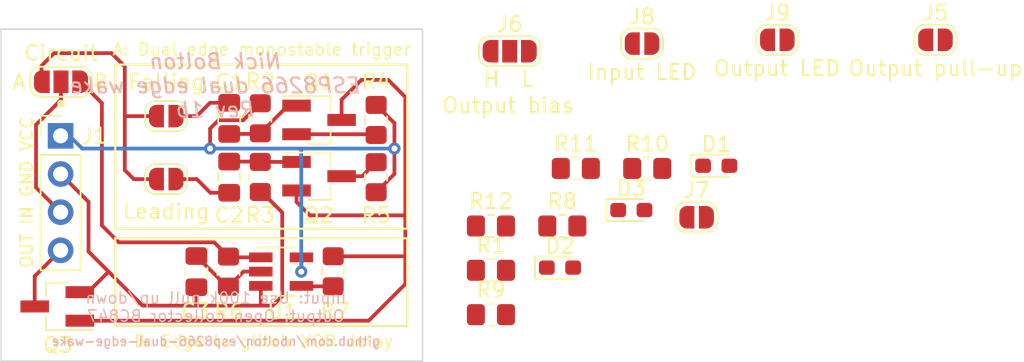
<source format=kicad_pcb>
(kicad_pcb (version 20211014) (generator pcbnew)
  (title_block (title "ESP8266 dual edge wake") (date "2023-02-07") (rev "1a") (company "Nick Bolton"))
  (layers (0 "F.Cu" signal) (31 "B.Cu" signal) (34 "B.Paste" user) (35 "F.Paste" user) (36 "B.SilkS" user "B.Silkscreen") (37 "F.SilkS" user "F.Silkscreen") (38 "B.Mask" user) (39 "F.Mask" user) (44 "Edge.Cuts" user))
  (net 0 "")
  (net 1 "Net-(C1-Pad1)")
  (net 2 "Net-(C1-Pad2)")
  (net 3 "Net-(C2-Pad1)")
  (net 4 "Net-(C2-Pad2)")
  (net 5 "GND")
  (net 6 "Net-(C3-Pad2)")
  (net 7 "Net-(Q1-Pad2)")
  (net 8 "Net-(Q2-Pad3)")
  (net 9 "/Output")
  (net 10 "Net-(D1-Pad1)")
  (net 11 "/A")
  (net 12 "/Input")
  (net 13 "/B")
  (net 14 "/C")
  (net 15 "Net-(D1-Pad2)")
  (net 16 "Net-(D2-Pad1)")
  (net 17 "Net-(D2-Pad2)")
  (net 18 "Net-(D3-Pad1)")
  (net 19 "Net-(D3-Pad2)")
  (net 20 "+5V")
  (net 21 "Net-(J5-Pad2)")
  (net 22 "Net-(J6-Pad1)")
  (net 23 "Net-(J6-Pad3)")
  (net 24 "Net-(R7-Pad1)")
  (footprint "Package_TO_SOT_SMD:SOT-23_Handsoldering" (layer "F.Cu") (at 112.536 57.846)
    (fp_text reference "Q2" (at -0.014 2.606) (layer "F.SilkS"))
    (fp_text value "BC847")
    (fp_line (start 0.76 1.58) (end 0.76 0.65) (layer "F.SilkS") (width 0.12))
    (fp_line (start 0.76 -1.58) (end 0.76 -0.65) (layer "F.SilkS") (width 0.12))
    (fp_line (start 0.76 -1.58) (end -2.4 -1.58) (layer "F.SilkS") (width 0.12))
    (fp_line (start 0.76 1.58) (end -0.7 1.58) (layer "F.SilkS") (width 0.12))
    (pad "1" smd rect (at -1.5 -0.95) (size 1.9 0.8) (layers "F.Cu" "F.Paste" "F.Mask") (net 4 "Net-(C2-Pad2)"))
    (pad "2" smd rect (at -1.5 0.95) (size 1.9 0.8) (layers "F.Cu" "F.Paste" "F.Mask") (net 14 "/C"))
    (pad "3" smd rect (at 1.5 0) (size 1.9 0.8) (layers "F.Cu" "F.Paste" "F.Mask") (net 8 "Net-(Q2-Pad3)"))
  )
  (footprint "Package_TO_SOT_SMD:SOT-23_Handsoldering" (layer "F.Cu") (at 112.536 54.102)
    (fp_text reference "Q1" (at -0.0404 -2.54) (layer "F.SilkS"))
    (fp_text value "BC807")
    (fp_line (start 0.76 -1.58) (end -2.4 -1.58) (layer "F.SilkS") (width 0.12))
    (fp_line (start 0.76 1.58) (end -0.7 1.58) (layer "F.SilkS") (width 0.12))
    (fp_line (start 0.76 1.58) (end 0.76 0.65) (layer "F.SilkS") (width 0.12))
    (fp_line (start 0.76 -1.58) (end 0.76 -0.65) (layer "F.SilkS") (width 0.12))
    (pad "1" smd rect (at -1.5 -0.95) (size 1.9 0.8) (layers "F.Cu" "F.Paste" "F.Mask") (net 2 "Net-(C1-Pad2)"))
    (pad "2" smd rect (at -1.5 0.95) (size 1.9 0.8) (layers "F.Cu" "F.Paste" "F.Mask") (net 7 "Net-(Q1-Pad2)"))
    (pad "3" smd rect (at 1.5 0) (size 1.9 0.8) (layers "F.Cu" "F.Paste" "F.Mask") (net 14 "/C"))
  )
  (footprint "LED_SMD:LED_0603_1608Metric_Pad1.05x0.95mm_HandSolder" (layer "F.Cu") (at 138.968 57.15)
    (fp_text reference "D1" (at 0 -1.43) (layer "F.SilkS"))
    (fp_text value "LED")
    (fp_line (start -1.66 -0.735) (end -1.66 0.735) (layer "F.SilkS") (width 0.12))
    (fp_line (start 0.8 -0.735) (end -1.66 -0.735) (layer "F.SilkS") (width 0.12))
    (fp_line (start -1.66 0.735) (end 0.8 0.735) (layer "F.SilkS") (width 0.12))
    (pad "1" smd roundrect (at -0.875 0) (size 1.05 0.95) (layers "F.Cu" "F.Paste" "F.Mask") (net 10 "Net-(D1-Pad1)"))
    (pad "2" smd roundrect (at 0.875 0) (size 1.05 0.95) (layers "F.Cu" "F.Paste" "F.Mask") (net 15 "Net-(D1-Pad2)"))
  )
  (footprint "Jumper:SolderJumper-2_P1.3mm_Open_RoundedPad1.0x1.5mm" (layer "F.Cu") (at 102.362 58.039)
    (fp_text reference "J4" hide)
    (fp_text value "Leading" (at 0 2.159) (layer "F.SilkS"))
    (fp_line (start -1.4 0.3) (end -1.4 -0.3) (layer "F.SilkS") (width 0.12))
    (fp_line (start 0.7 1) (end -0.7 1) (layer "F.SilkS") (width 0.12))
    (fp_line (start -0.7 -1) (end 0.7 -1) (layer "F.SilkS") (width 0.12))
    (fp_line (start 1.4 -0.3) (end 1.4 0.3) (layer "F.SilkS") (width 0.12))
    (fp_arc (start 0.7 -1) (mid 1.194975 -0.794975) (end 1.4 -0.3) (layer "F.SilkS") (width 0.12))
    (fp_arc (start 1.4 0.3) (mid 1.194975 0.794975) (end 0.7 1) (layer "F.SilkS") (width 0.12))
    (fp_arc (start -0.7 1) (mid -1.194975 0.794975) (end -1.4 0.3) (layer "F.SilkS") (width 0.12))
    (fp_arc (start -1.4 -0.3) (mid -1.194975 -0.794975) (end -0.7 -1) (layer "F.SilkS") (width 0.12))
    (pad "1" smd custom (at -0.65 0) (size 1 0.5) (layers "F.Cu" "F.Mask") (net 11 "/A") (options (clearance outline) (anchor rect)) (primitives (gr_circle (center 0 0.25) (end 0.5 0.25) (width 0) (fill yes)) (gr_circle (center 0 -0.25) (end 0.5 -0.25) (width 0) (fill yes)) (gr_poly (pts (xy 0.5 0.75) (xy 0 0.75) (xy 0 -0.75) (xy 0.5 -0.75)) (width 0) (fill yes))))
    (pad "2" smd custom (at 0.65 0) (size 1 0.5) (layers "F.Cu" "F.Mask") (net 3 "Net-(C2-Pad1)") (options (clearance outline) (anchor rect)) (primitives (gr_circle (center 0 0.25) (end 0.5 0.25) (width 0) (fill yes)) (gr_circle (center 0 -0.25) (end 0.5 -0.25) (width 0) (fill yes)) (gr_poly (pts (xy 0 0.75) (xy -0.5 0.75) (xy -0.5 -0.75) (xy 0 -0.75)) (width 0) (fill yes))))
  )
  (footprint "Resistor_SMD:R_0805_2012Metric_Pad1.20x1.40mm_HandSolder" (layer "F.Cu") (at 113.4754 64.1745 90)
    (fp_text reference "R7" (at -2.667 0.127) (layer "F.SilkS"))
    (fp_text value "1k")
    (fp_line (start -0.227064 -0.735) (end 0.227064 -0.735) (layer "F.SilkS") (width 0.12))
    (fp_line (start -0.227064 0.735) (end 0.227064 0.735) (layer "F.SilkS") (width 0.12))
    (pad "1" smd roundrect (at -1 0 90) (size 1.2 1.4) (layers "F.Cu" "F.Paste" "F.Mask") (roundrect_rratio 0.208333) (net 24 "Net-(R7-Pad1)"))
    (pad "2" smd roundrect (at 1 0 90) (size 1.2 1.4) (layers "F.Cu" "F.Paste" "F.Mask") (roundrect_rratio 0.208333) (net 14 "/C"))
  )
  (footprint "Package_TO_SOT_SMD:SOT-23-5_HandSoldering" (layer "F.Cu") (at 110.0082 64.196)
    (fp_text reference "U1" (at 0.0762 2.6455) (layer "F.SilkS"))
    (fp_text value "SN74LVC1G86DBVR")
    (fp_line (start -0.9 1.61) (end 0.9 1.61) (layer "F.SilkS") (width 0.12))
    (fp_line (start 0.9 -1.61) (end -1.55 -1.61) (layer "F.SilkS") (width 0.12))
    (pad "1" smd rect (at -1.35 -0.95) (size 1.56 0.65) (layers "F.Cu" "F.Paste" "F.Mask") (net 13 "/B"))
    (pad "2" smd rect (at -1.35 0) (size 1.56 0.65) (layers "F.Cu" "F.Paste" "F.Mask") (net 6 "Net-(C3-Pad2)"))
    (pad "3" smd rect (at -1.35 0.95) (size 1.56 0.65) (layers "F.Cu" "F.Paste" "F.Mask") (net 5 "GND"))
    (pad "4" smd rect (at 1.35 0.95) (size 1.56 0.65) (layers "F.Cu" "F.Paste" "F.Mask") (net 24 "Net-(R7-Pad1)"))
    (pad "5" smd rect (at 1.35 -0.95) (size 1.56 0.65) (layers "F.Cu" "F.Paste" "F.Mask") (net 20 "+5V"))
  )
  (footprint "Capacitor_SMD:C_0805_2012Metric_Pad1.18x1.45mm_HandSolder" (layer "F.Cu") (at 106.553 53.9965 -90)
    (fp_text reference "C1" (at -2.4345 -0.0382 180) (layer "F.SilkS"))
    (fp_text value "100nF")
    (fp_line (start -0.261252 0.735) (end 0.261252 0.735) (layer "F.SilkS") (width 0.12))
    (fp_line (start -0.261252 -0.735) (end 0.261252 -0.735) (layer "F.SilkS") (width 0.12))
    (pad "1" smd roundrect (at -1.0375 0 270) (size 1.175 1.45) (layers "F.Cu" "F.Paste" "F.Mask") (roundrect_rratio 0.2127659574) (net 1 "Net-(C1-Pad1)"))
    (pad "2" smd roundrect (at 1.0375 0 270) (size 1.175 1.45) (layers "F.Cu" "F.Paste" "F.Mask") (roundrect_rratio 0.2127659574) (net 2 "Net-(C1-Pad2)"))
  )
  (footprint "Resistor_SMD:R_0805_2012Metric_Pad1.20x1.40mm_HandSolder" (layer "F.Cu") (at 116.3342 54.102 -90)
    (fp_text reference "R4" (at -2.54 0.0022) (layer "F.SilkS"))
    (fp_text value "1k")
    (fp_line (start -0.227064 0.735) (end 0.227064 0.735) (layer "F.SilkS") (width 0.12))
    (fp_line (start -0.227064 -0.735) (end 0.227064 -0.735) (layer "F.SilkS") (width 0.12))
    (pad "1" smd roundrect (at -1 0 270) (size 1.2 1.4) (layers "F.Cu" "F.Paste" "F.Mask") (roundrect_rratio 0.2083333333) (net 20 "+5V"))
    (pad "2" smd roundrect (at 1 0 270) (size 1.2 1.4) (layers "F.Cu" "F.Paste" "F.Mask") (roundrect_rratio 0.2083333333) (net 7 "Net-(Q1-Pad2)"))
  )
  (footprint "Nick:SolderJumper-3_HL" (layer "F.Cu") (at 125.222 49.53)
    (fp_text reference "J6" (at 0 -1.8) (layer "F.SilkS"))
    (fp_text value "Output bias" (at -0.1 3.6) (layer "F.SilkS"))
    (fp_text user "L" (at 1.2 1.85 unlocked) (layer "F.SilkS"))
    (fp_text user "H" (at -1.2 1.85 unlocked) (layer "F.SilkS"))
    (fp_line (start -1.4 -1) (end 1.4 -1) (layer "F.SilkS") (width 0.12))
    (fp_line (start 1.4 1) (end -1.4 1) (layer "F.SilkS") (width 0.12))
    (fp_line (start 2.05 -0.3) (end 2.05 0.3) (layer "F.SilkS") (width 0.12))
    (fp_line (start -2.05 0.3) (end -2.05 -0.3) (layer "F.SilkS") (width 0.12))
    (fp_arc (start -1.35 1) (mid -1.844975 0.794975) (end -2.05 0.3) (layer "F.SilkS") (width 0.12))
    (fp_arc (start 1.35 -1) (mid 1.844975 -0.794975) (end 2.05 -0.3) (layer "F.SilkS") (width 0.12))
    (fp_arc (start -2.05 -0.3) (mid -1.844975 -0.794975) (end -1.35 -1) (layer "F.SilkS") (width 0.12))
    (fp_arc (start 2.05 0.3) (mid 1.844975 0.794975) (end 1.35 1) (layer "F.SilkS") (width 0.12))
    (pad "1" smd custom (at -1.3 0) (size 1 0.5) (layers "F.Cu" "F.Mask") (net 22 "Net-(J6-Pad1)") (options (clearance outline) (anchor rect)) (primitives (gr_circle (center 0 0.25) (end 0.5 0.25) (width 0) (fill yes)) (gr_circle (center 0 -0.25) (end 0.5 -0.25) (width 0) (fill yes)) (gr_poly (pts (xy 0.55 0.75) (xy 0 0.75) (xy 0 -0.75) (xy 0.55 -0.75)) (width 0) (fill yes))))
    (pad "2" smd rect (at 0 0) (size 1 1.5) (layers "F.Cu" "F.Mask") (net 12 "/Input"))
    (pad "3" smd custom (at 1.3 0) (size 1 0.5) (layers "F.Cu" "F.Mask") (net 23 "Net-(J6-Pad3)") (options (clearance outline) (anchor rect)) (primitives (gr_circle (center 0 0.25) (end 0.5 0.25) (width 0) (fill yes)) (gr_circle (center 0 -0.25) (end 0.5 -0.25) (width 0) (fill yes)) (gr_poly (pts (xy 0 0.75) (xy -0.55 0.75) (xy -0.55 -0.75) (xy 0 -0.75)) (width 0) (fill yes))))
  )
  (footprint "Resistor_SMD:R_0805_2012Metric_Pad1.20x1.40mm_HandSolder" (layer "F.Cu") (at 116.3342 57.912 90)
    (fp_text reference "R5" (at -2.54 -0.0022 180) (layer "F.SilkS"))
    (fp_text value "1k")
    (fp_line (start -0.227064 -0.735) (end 0.227064 -0.735) (layer "F.SilkS") (width 0.12))
    (fp_line (start -0.227064 0.735) (end 0.227064 0.735) (layer "F.SilkS") (width 0.12))
    (pad "1" smd roundrect (at -1 0 90) (size 1.2 1.4) (layers "F.Cu" "F.Paste" "F.Mask") (roundrect_rratio 0.2083333333) (net 20 "+5V"))
    (pad "2" smd roundrect (at 1 0 90) (size 1.2 1.4) (layers "F.Cu" "F.Paste" "F.Mask") (roundrect_rratio 0.2083333333) (net 8 "Net-(Q2-Pad3)"))
  )
  (footprint "Resistor_SMD:R_0805_2012Metric_Pad1.20x1.40mm_HandSolder" (layer "F.Cu") (at 128.723 61.16)
    (fp_text reference "R8" (at 0 -1.65) (layer "F.SilkS"))
    (fp_text value "100k")
    (fp_line (start -0.227064 0.735) (end 0.227064 0.735) (layer "F.SilkS") (width 0.12))
    (fp_line (start -0.227064 -0.735) (end 0.227064 -0.735) (layer "F.SilkS") (width 0.12))
    (pad "1" smd roundrect (at -1 0) (size 1.2 1.4) (layers "F.Cu" "F.Paste" "F.Mask") (roundrect_rratio 0.208333) (net 22 "Net-(J6-Pad1)"))
    (pad "2" smd roundrect (at 1 0) (size 1.2 1.4) (layers "F.Cu" "F.Paste" "F.Mask") (roundrect_rratio 0.208333) (net 20 "+5V"))
  )
  (footprint "Resistor_SMD:R_0805_2012Metric_Pad1.20x1.40mm_HandSolder" (layer "F.Cu") (at 123.973 64.11)
    (fp_text reference "R1" (at 0 -1.65) (layer "F.SilkS"))
    (fp_text value "100k")
    (fp_line (start -0.227064 0.735) (end 0.227064 0.735) (layer "F.SilkS") (width 0.12))
    (fp_line (start -0.227064 -0.735) (end 0.227064 -0.735) (layer "F.SilkS") (width 0.12))
    (pad "1" smd roundrect (at -1 0) (size 1.2 1.4) (layers "F.Cu" "F.Paste" "F.Mask") (roundrect_rratio 0.208333) (net 21 "Net-(J5-Pad2)"))
    (pad "2" smd roundrect (at 1 0) (size 1.2 1.4) (layers "F.Cu" "F.Paste" "F.Mask") (roundrect_rratio 0.208333) (net 20 "+5V"))
  )
  (footprint "Resistor_SMD:R_0805_2012Metric_Pad1.20x1.40mm_HandSolder" (layer "F.Cu") (at 134.373 57.33)
    (fp_text reference "R10" (at 0 -1.65) (layer "F.SilkS"))
    (fp_text value "10k")
    (fp_line (start -0.227064 -0.735) (end 0.227064 -0.735) (layer "F.SilkS") (width 0.12))
    (fp_line (start -0.227064 0.735) (end 0.227064 0.735) (layer "F.SilkS") (width 0.12))
    (pad "1" smd roundrect (at -1 0) (size 1.2 1.4) (layers "F.Cu" "F.Paste" "F.Mask") (roundrect_rratio 0.208333) (net 5 "GND"))
    (pad "2" smd roundrect (at 1 0) (size 1.2 1.4) (layers "F.Cu" "F.Paste" "F.Mask") (roundrect_rratio 0.208333) (net 10 "Net-(D1-Pad1)"))
  )
  (footprint "Jumper:SolderJumper-2_P1.3mm_Open_RoundedPad1.0x1.5mm" (layer "F.Cu") (at 137.663 60.58)
    (fp_text reference "J7" (at 0 -1.8) (layer "F.SilkS"))
    (fp_text value "Vcc LED")
    (fp_line (start -0.7 -1) (end 0.7 -1) (layer "F.SilkS") (width 0.12))
    (fp_line (start -1.4 0.3) (end -1.4 -0.3) (layer "F.SilkS") (width 0.12))
    (fp_line (start 0.7 1) (end -0.7 1) (layer "F.SilkS") (width 0.12))
    (fp_line (start 1.4 -0.3) (end 1.4 0.3) (layer "F.SilkS") (width 0.12))
    (fp_arc (start -0.7 1) (mid -1.194975 0.794975) (end -1.4 0.3) (layer "F.SilkS") (width 0.12))
    (fp_arc (start 0.7 -1) (mid 1.194975 -0.794975) (end 1.4 -0.3) (layer "F.SilkS") (width 0.12))
    (fp_arc (start 1.4 0.3) (mid 1.194975 0.794975) (end 0.7 1) (layer "F.SilkS") (width 0.12))
    (fp_arc (start -1.4 -0.3) (mid -1.194975 -0.794975) (end -0.7 -1) (layer "F.SilkS") (width 0.12))
    (pad "1" smd custom (at -0.65 0) (size 1 0.5) (layers "F.Cu" "F.Mask") (net 15 "Net-(D1-Pad2)") (options (clearance outline) (anchor rect)) (primitives (gr_circle (center 0 0.25) (end 0.5 0.25) (width 0) (fill yes)) (gr_circle (center 0 -0.25) (end 0.5 -0.25) (width 0) (fill yes)) (gr_poly (pts (xy 0.5 0.75) (xy 0 0.75) (xy 0 -0.75) (xy 0.5 -0.75)) (width 0) (fill yes))))
    (pad "2" smd custom (at 0.65 0) (size 1 0.5) (layers "F.Cu" "F.Mask") (net 20 "+5V") (options (clearance outline) (anchor rect)) (primitives (gr_circle (center 0 0.25) (end 0.5 0.25) (width 0) (fill yes)) (gr_circle (center 0 -0.25) (end 0.5 -0.25) (width 0) (fill yes)) (gr_poly (pts (xy 0 0.75) (xy -0.5 0.75) (xy -0.5 -0.75) (xy 0 -0.75)) (width 0) (fill yes))))
  )
  (footprint "Jumper:SolderJumper-3_P1.3mm_Open_RoundedPad1.0x1.5mm" (layer "F.Cu") (at 95.361 51.562)
    (fp_text reference "J2" hide)
    (fp_text value "Circuit" (at 0 -1.905) (layer "F.SilkS"))
    (fp_line (start 1.4 1) (end -1.4 1) (layer "F.SilkS") (width 0.12))
    (fp_line (start -1.4 -1) (end 1.4 -1) (layer "F.SilkS") (width 0.12))
    (fp_line (start 2.05 -0.3) (end 2.05 0.3) (layer "F.SilkS") (width 0.12))
    (fp_line (start -2.05 0.3) (end -2.05 -0.3) (layer "F.SilkS") (width 0.12))
    (fp_arc (start -1.35 1) (mid -1.844975 0.794975) (end -2.05 0.3) (layer "F.SilkS") (width 0.12))
    (fp_arc (start 1.35 -1) (mid 1.844975 -0.794975) (end 2.05 -0.3) (layer "F.SilkS") (width 0.12))
    (fp_arc (start 2.05 0.3) (mid 1.844975 0.794975) (end 1.35 1) (layer "F.SilkS") (width 0.12))
    (fp_arc (start -2.05 -0.3) (mid -1.844975 -0.794975) (end -1.35 -1) (layer "F.SilkS") (width 0.12))
    (pad "1" smd custom (at -1.3 0) (size 1 0.5) (layers "F.Cu" "F.Mask") (net 11 "/A") (options (clearance outline) (anchor rect)) (primitives (gr_circle (center 0 0.25) (end 0.5 0.25) (width 0) (fill yes)) (gr_circle (center 0 -0.25) (end 0.5 -0.25) (width 0) (fill yes)) (gr_poly (pts (xy 0.55 0.75) (xy 0 0.75) (xy 0 -0.75) (xy 0.55 -0.75)) (width 0) (fill yes))))
    (pad "2" smd rect (at 0 0) (size 1 1.5) (layers "F.Cu" "F.Mask") (net 12 "/Input"))
    (pad "3" smd custom (at 1.3 0) (size 1 0.5) (layers "F.Cu" "F.Mask") (net 13 "/B") (options (clearance outline) (anchor rect)) (primitives (gr_circle (center 0 0.25) (end 0.5 0.25) (width 0) (fill yes)) (gr_circle (center 0 -0.25) (end 0.5 -0.25) (width 0) (fill yes)) (gr_poly (pts (xy 0 0.75) (xy -0.55 0.75) (xy -0.55 -0.75) (xy 0 -0.75)) (width 0) (fill yes))))
  )
  (footprint "Jumper:SolderJumper-2_P1.3mm_Open_RoundedPad1.0x1.5mm" (layer "F.Cu") (at 143.032 48.768)
    (fp_text reference "J9" (at 0 -1.8) (layer "F.SilkS"))
    (fp_text value "Output LED" (at 0 1.9) (layer "F.SilkS"))
    (fp_line (start -0.7 -1) (end 0.7 -1) (layer "F.SilkS") (width 0.12))
    (fp_line (start 1.4 -0.3) (end 1.4 0.3) (layer "F.SilkS") (width 0.12))
    (fp_line (start -1.4 0.3) (end -1.4 -0.3) (layer "F.SilkS") (width 0.12))
    (fp_line (start 0.7 1) (end -0.7 1) (layer "F.SilkS") (width 0.12))
    (fp_arc (start -0.7 1) (mid -1.194975 0.794975) (end -1.4 0.3) (layer "F.SilkS") (width 0.12))
    (fp_arc (start 0.7 -1) (mid 1.194975 -0.794975) (end 1.4 -0.3) (layer "F.SilkS") (width 0.12))
    (fp_arc (start 1.4 0.3) (mid 1.194975 0.794975) (end 0.7 1) (layer "F.SilkS") (width 0.12))
    (fp_arc (start -1.4 -0.3) (mid -1.194975 -0.794975) (end -0.7 -1) (layer "F.SilkS") (width 0.12))
    (pad "1" smd custom (at -0.65 0) (size 1 0.5) (layers "F.Cu" "F.Mask") (net 19 "Net-(D3-Pad2)") (options (clearance outline) (anchor rect)) (primitives (gr_circle (center 0 0.25) (end 0.5 0.25) (width 0) (fill yes)) (gr_circle (center 0 -0.25) (end 0.5 -0.25) (width 0) (fill yes)) (gr_poly (pts (xy 0.5 0.75) (xy 0 0.75) (xy 0 -0.75) (xy 0.5 -0.75)) (width 0) (fill yes))))
    (pad "2" smd custom (at 0.65 0) (size 1 0.5) (layers "F.Cu" "F.Mask") (net 9 "/Output") (options (clearance outline) (anchor rect)) (primitives (gr_circle (center 0 0.25) (end 0.5 0.25) (width 0) (fill yes)) (gr_circle (center 0 -0.25) (end 0.5 -0.25) (width 0) (fill yes)) (gr_poly (pts (xy 0 0.75) (xy -0.5 0.75) (xy -0.5 -0.75) (xy 0 -0.75)) (width 0) (fill yes))))
  )
  (footprint "Connector_PinHeader_2.54mm:PinHeader_1x04_P2.54mm_Vertical" (layer "F.Cu") (at 95.3356 55.1594)
    (fp_text reference "J1" (at 2.2606 0) (layer "F.SilkS"))
    (fp_text value "Conn_01x04_Male")
    (fp_line (start -1.33 1.27) (end 1.33 1.27) (layer "F.SilkS") (width 0.12))
    (fp_line (start -1.33 0) (end -1.33 -1.33) (layer "F.SilkS") (width 0.12))
    (fp_line (start 1.33 1.27) (end 1.33 8.95) (layer "F.SilkS") (width 0.12))
    (fp_line (start -1.33 8.95) (end 1.33 8.95) (layer "F.SilkS") (width 0.12))
    (fp_line (start -1.33 -1.33) (end 0 -1.33) (layer "F.SilkS") (width 0.12))
    (fp_line (start -1.33 1.27) (end -1.33 8.95) (layer "F.SilkS") (width 0.12))
    (pad "1" thru_hole rect (at 0 0) (size 1.7 1.7) (drill 1) (layers *.Cu *.Mask) (net 20 "+5V"))
    (pad "2" thru_hole oval (at 0 2.54) (size 1.7 1.7) (drill 1) (layers *.Cu *.Mask) (net 5 "GND"))
    (pad "3" thru_hole oval (at 0 5.08) (size 1.7 1.7) (drill 1) (layers *.Cu *.Mask) (net 12 "/Input"))
    (pad "4" thru_hole oval (at 0 7.62) (size 1.7 1.7) (drill 1) (layers *.Cu *.Mask) (net 9 "/Output"))
  )
  (footprint "Jumper:SolderJumper-2_P1.3mm_Open_RoundedPad1.0x1.5mm" (layer "F.Cu") (at 153.558 48.768)
    (fp_text reference "J5" (at 0 -1.8) (layer "F.SilkS"))
    (fp_text value "Output pull-up" (at 0 1.9) (layer "F.SilkS"))
    (fp_line (start 0.7 1) (end -0.7 1) (layer "F.SilkS") (width 0.12))
    (fp_line (start 1.4 -0.3) (end 1.4 0.3) (layer "F.SilkS") (width 0.12))
    (fp_line (start -1.4 0.3) (end -1.4 -0.3) (layer "F.SilkS") (width 0.12))
    (fp_line (start -0.7 -1) (end 0.7 -1) (layer "F.SilkS") (width 0.12))
    (fp_arc (start 1.4 0.3) (mid 1.194975 0.794975) (end 0.7 1) (layer "F.SilkS") (width 0.12))
    (fp_arc (start -0.7 1) (mid -1.194975 0.794975) (end -1.4 0.3) (layer "F.SilkS") (width 0.12))
    (fp_arc (start -1.4 -0.3) (mid -1.194975 -0.794975) (end -0.7 -1) (layer "F.SilkS") (width 0.12))
    (fp_arc (start 0.7 -1) (mid 1.194975 -0.794975) (end 1.4 -0.3) (layer "F.SilkS") (width 0.12))
    (pad "1" smd custom (at -0.65 0) (size 1 0.5) (layers "F.Cu" "F.Mask") (net 9 "/Output") (options (clearance outline) (anchor rect)) (primitives (gr_circle (center 0 0.25) (end 0.5 0.25) (width 0) (fill yes)) (gr_circle (center 0 -0.25) (end 0.5 -0.25) (width 0) (fill yes)) (gr_poly (pts (xy 0.5 0.75) (xy 0 0.75) (xy 0 -0.75) (xy 0.5 -0.75)) (width 0) (fill yes))))
    (pad "2" smd custom (at 0.65 0) (size 1 0.5) (layers "F.Cu" "F.Mask") (net 21 "Net-(J5-Pad2)") (options (clearance outline) (anchor rect)) (primitives (gr_circle (center 0 0.25) (end 0.5 0.25) (width 0) (fill yes)) (gr_circle (center 0 -0.25) (end 0.5 -0.25) (width 0) (fill yes)) (gr_poly (pts (xy 0 0.75) (xy -0.5 0.75) (xy -0.5 -0.75) (xy 0 -0.75)) (width 0) (fill yes))))
  )
  (footprint "Resistor_SMD:R_0805_2012Metric_Pad1.20x1.40mm_HandSolder" (layer "F.Cu") (at 123.973 67.06)
    (fp_text reference "R9" (at 0 -1.65) (layer "F.SilkS"))
    (fp_text value "100k")
    (fp_line (start -0.227064 0.735) (end 0.227064 0.735) (layer "F.SilkS") (width 0.12))
    (fp_line (start -0.227064 -0.735) (end 0.227064 -0.735) (layer "F.SilkS") (width 0.12))
    (pad "1" smd roundrect (at -1 0) (size 1.2 1.4) (layers "F.Cu" "F.Paste" "F.Mask") (roundrect_rratio 0.208333) (net 5 "GND"))
    (pad "2" smd roundrect (at 1 0) (size 1.2 1.4) (layers "F.Cu" "F.Paste" "F.Mask") (roundrect_rratio 0.208333) (net 23 "Net-(J6-Pad3)"))
  )
  (footprint "LED_SMD:LED_0603_1608Metric_Pad1.05x0.95mm_HandSolder" (layer "F.Cu") (at 128.568 63.93)
    (fp_text reference "D2" (at 0 -1.43) (layer "F.SilkS"))
    (fp_text value "LED")
    (fp_line (start -1.66 -0.735) (end -1.66 0.735) (layer "F.SilkS") (width 0.12))
    (fp_line (start 0.8 -0.735) (end -1.66 -0.735) (layer "F.SilkS") (width 0.12))
    (fp_line (start -1.66 0.735) (end 0.8 0.735) (layer "F.SilkS") (width 0.12))
    (pad "1" smd roundrect (at -0.875 0) (size 1.05 0.95) (layers "F.Cu" "F.Paste" "F.Mask") (net 16 "Net-(D2-Pad1)"))
    (pad "2" smd roundrect (at 0.875 0) (size 1.05 0.95) (layers "F.Cu" "F.Paste" "F.Mask") (net 17 "Net-(D2-Pad2)"))
  )
  (footprint "Resistor_SMD:R_0805_2012Metric_Pad1.20x1.40mm_HandSolder" (layer "F.Cu") (at 108.623 57.896 90)
    (fp_text reference "R3" (at -2.54 0 180) (layer "F.SilkS"))
    (fp_text value "500k")
    (fp_line (start -0.227064 0.735) (end 0.227064 0.735) (layer "F.SilkS") (width 0.12))
    (fp_line (start -0.227064 -0.735) (end 0.227064 -0.735) (layer "F.SilkS") (width 0.12))
    (pad "1" smd roundrect (at -1 0 90) (size 1.2 1.4) (layers "F.Cu" "F.Paste" "F.Mask") (roundrect_rratio 0.2083333333) (net 5 "GND"))
    (pad "2" smd roundrect (at 1 0 90) (size 1.2 1.4) (layers "F.Cu" "F.Paste" "F.Mask") (roundrect_rratio 0.2083333333) (net 4 "Net-(C2-Pad2)"))
  )
  (footprint "Resistor_SMD:R_0805_2012Metric_Pad1.20x1.40mm_HandSolder" (layer "F.Cu") (at 129.623 57.33)
    (fp_text reference "R11" (at 0 -1.65) (layer "F.SilkS"))
    (fp_text value "10k")
    (fp_line (start -0.227064 0.735) (end 0.227064 0.735) (layer "F.SilkS") (width 0.12))
    (fp_line (start -0.227064 -0.735) (end 0.227064 -0.735) (layer "F.SilkS") (width 0.12))
    (pad "1" smd roundrect (at -1 0) (size 1.2 1.4) (layers "F.Cu" "F.Paste" "F.Mask") (roundrect_rratio 0.208333) (net 5 "GND"))
    (pad "2" smd roundrect (at 1 0) (size 1.2 1.4) (layers "F.Cu" "F.Paste" "F.Mask") (roundrect_rratio 0.208333) (net 16 "Net-(D2-Pad1)"))
  )
  (footprint "Resistor_SMD:R_0805_2012Metric_Pad1.20x1.40mm_HandSolder" (layer "F.Cu") (at 123.973 61.16)
    (fp_text reference "R12" (at 0 -1.65) (layer "F.SilkS"))
    (fp_text value "10k")
    (fp_line (start -0.227064 0.735) (end 0.227064 0.735) (layer "F.SilkS") (width 0.12))
    (fp_line (start -0.227064 -0.735) (end 0.227064 -0.735) (layer "F.SilkS") (width 0.12))
    (pad "1" smd roundrect (at -1 0) (size 1.2 1.4) (layers "F.Cu" "F.Paste" "F.Mask") (roundrect_rratio 0.208333) (net 5 "GND"))
    (pad "2" smd roundrect (at 1 0) (size 1.2 1.4) (layers "F.Cu" "F.Paste" "F.Mask") (roundrect_rratio 0.208333) (net 18 "Net-(D3-Pad1)"))
  )
  (footprint "Capacitor_SMD:C_0805_2012Metric_Pad1.18x1.45mm_HandSolder" (layer "F.Cu") (at 106.553 57.912 90)
    (fp_text reference "C2" (at -2.54 0 180) (layer "F.SilkS"))
    (fp_text value "100nF")
    (fp_line (start -0.261252 -0.735) (end 0.261252 -0.735) (layer "F.SilkS") (width 0.12))
    (fp_line (start -0.261252 0.735) (end 0.261252 0.735) (layer "F.SilkS") (width 0.12))
    (pad "1" smd roundrect (at -1.0375 0 90) (size 1.175 1.45) (layers "F.Cu" "F.Paste" "F.Mask") (roundrect_rratio 0.2127659574) (net 3 "Net-(C2-Pad1)"))
    (pad "2" smd roundrect (at 1.0375 0 90) (size 1.175 1.45) (layers "F.Cu" "F.Paste" "F.Mask") (roundrect_rratio 0.2127659574) (net 4 "Net-(C2-Pad2)"))
  )
  (footprint "LED_SMD:LED_0603_1608Metric_Pad1.05x0.95mm_HandSolder" (layer "F.Cu") (at 133.318 60.1)
    (fp_text reference "D3" (at 0 -1.43) (layer "F.SilkS"))
    (fp_text value "LED")
    (fp_line (start 0.8 -0.735) (end -1.66 -0.735) (layer "F.SilkS") (width 0.12))
    (fp_line (start -1.66 -0.735) (end -1.66 0.735) (layer "F.SilkS") (width 0.12))
    (fp_line (start -1.66 0.735) (end 0.8 0.735) (layer "F.SilkS") (width 0.12))
    (pad "1" smd roundrect (at -0.875 0) (size 1.05 0.95) (layers "F.Cu" "F.Paste" "F.Mask") (net 18 "Net-(D3-Pad1)"))
    (pad "2" smd roundrect (at 0.875 0) (size 1.05 0.95) (layers "F.Cu" "F.Paste" "F.Mask") (net 19 "Net-(D3-Pad2)"))
  )
  (footprint "Capacitor_SMD:C_0805_2012Metric_Pad1.18x1.45mm_HandSolder" (layer "F.Cu") (at 104.3694 64.196 90)
    (fp_text reference "C3" (at -2.6416 -0.0508 180) (layer "F.SilkS"))
    (fp_text value "100nF")
    (fp_line (start -0.261252 0.735) (end 0.261252 0.735) (layer "F.SilkS") (width 0.12))
    (fp_line (start -0.261252 -0.735) (end 0.261252 -0.735) (layer "F.SilkS") (width 0.12))
    (pad "1" smd roundrect (at -1.0375 0 90) (size 1.175 1.45) (layers "F.Cu" "F.Paste" "F.Mask") (roundrect_rratio 0.2127659574) (net 5 "GND"))
    (pad "2" smd roundrect (at 1.0375 0 90) (size 1.175 1.45) (layers "F.Cu" "F.Paste" "F.Mask") (roundrect_rratio 0.2127659574) (net 6 "Net-(C3-Pad2)"))
  )
  (footprint "Jumper:SolderJumper-2_P1.3mm_Open_RoundedPad1.0x1.5mm" (layer "F.Cu") (at 134.03 49.022)
    (fp_text reference "J8" (at 0 -1.8) (layer "F.SilkS"))
    (fp_text value "Input LED" (at 0 1.9) (layer "F.SilkS"))
    (fp_line (start -1.4 0.3) (end -1.4 -0.3) (layer "F.SilkS") (width 0.12))
    (fp_line (start 1.4 -0.3) (end 1.4 0.3) (layer "F.SilkS") (width 0.12))
    (fp_line (start 0.7 1) (end -0.7 1) (layer "F.SilkS") (width 0.12))
    (fp_line (start -0.7 -1) (end 0.7 -1) (layer "F.SilkS") (width 0.12))
    (fp_arc (start -1.4 -0.3) (mid -1.194975 -0.794975) (end -0.7 -1) (layer "F.SilkS") (width 0.12))
    (fp_arc (start 1.4 0.3) (mid 1.194975 0.794975) (end 0.7 1) (layer "F.SilkS") (width 0.12))
    (fp_arc (start 0.7 -1) (mid 1.194975 -0.794975) (end 1.4 -0.3) (layer "F.SilkS") (width 0.12))
    (fp_arc (start -0.7 1) (mid -1.194975 0.794975) (end -1.4 0.3) (layer "F.SilkS") (width 0.12))
    (pad "1" smd custom (at -0.65 0) (size 1 0.5) (layers "F.Cu" "F.Mask") (net 17 "Net-(D2-Pad2)") (options (clearance outline) (anchor rect)) (primitives (gr_circle (center 0 0.25) (end 0.5 0.25) (width 0) (fill yes)) (gr_circle (center 0 -0.25) (end 0.5 -0.25) (width 0) (fill yes)) (gr_poly (pts (xy 0.5 0.75) (xy 0 0.75) (xy 0 -0.75) (xy 0.5 -0.75)) (width 0) (fill yes))))
    (pad "2" smd custom (at 0.65 0) (size 1 0.5) (layers "F.Cu" "F.Mask") (net 12 "/Input") (options (clearance outline) (anchor rect)) (primitives (gr_circle (center 0 0.25) (end 0.5 0.25) (width 0) (fill yes)) (gr_circle (center 0 -0.25) (end 0.5 -0.25) (width 0) (fill yes)) (gr_poly (pts (xy 0 0.75) (xy -0.5 0.75) (xy -0.5 -0.75) (xy 0 -0.75)) (width 0) (fill yes))))
  )
  (footprint "Resistor_SMD:R_0805_2012Metric_Pad1.20x1.40mm_HandSolder" (layer "F.Cu") (at 108.623 53.991 -90)
    (fp_text reference "R2" (at -2.4384 0) (layer "F.SilkS"))
    (fp_text value "500k")
    (fp_line (start -0.227064 -0.735) (end 0.227064 -0.735) (layer "F.SilkS") (width 0.12))
    (fp_line (start -0.227064 0.735) (end 0.227064 0.735) (layer "F.SilkS") (width 0.12))
    (pad "1" smd roundrect (at -1 0 270) (size 1.2 1.4) (layers "F.Cu" "F.Paste" "F.Mask") (roundrect_rratio 0.2083333333) (net 20 "+5V"))
    (pad "2" smd roundrect (at 1 0 270) (size 1.2 1.4) (layers "F.Cu" "F.Paste" "F.Mask") (roundrect_rratio 0.2083333333) (net 2 "Net-(C1-Pad2)"))
  )
  (footprint "Package_TO_SOT_SMD:SOT-23_Handsoldering" (layer "F.Cu") (at 95.1102 66.5132 180)
    (fp_text reference "Q3" (at -0.0508 -2.5748) (layer "F.SilkS"))
    (fp_text value "BC847")
    (fp_line (start 0.76 1.58) (end -0.7 1.58) (layer "F.SilkS") (width 0.12))
    (fp_line (start 0.76 1.58) (end 0.76 0.65) (layer "F.SilkS") (width 0.12))
    (fp_line (start 0.76 -1.58) (end 0.76 -0.65) (layer "F.SilkS") (width 0.12))
    (fp_line (start 0.76 -1.58) (end -2.4 -1.58) (layer "F.SilkS") (width 0.12))
    (pad "1" smd rect (at -1.5 -0.95 180) (size 1.9 0.8) (layers "F.Cu" "F.Paste" "F.Mask") (net 14 "/C"))
    (pad "2" smd rect (at -1.5 0.95 180) (size 1.9 0.8) (layers "F.Cu" "F.Paste" "F.Mask") (net 5 "GND"))
    (pad "3" smd rect (at 1.5 0 180) (size 1.9 0.8) (layers "F.Cu" "F.Paste" "F.Mask") (net 9 "/Output"))
  )
  (footprint "Jumper:SolderJumper-2_P1.3mm_Open_RoundedPad1.0x1.5mm" (layer "F.Cu") (at 102.362 53.848)
    (fp_text reference "J3" hide)
    (fp_text value "Falling" (at 0 -2.286) (layer "F.SilkS"))
    (fp_line (start 0.7 1) (end -0.7 1) (layer "F.SilkS") (width 0.12))
    (fp_line (start -0.7 -1) (end 0.7 -1) (layer "F.SilkS") (width 0.12))
    (fp_line (start -1.4 0.3) (end -1.4 -0.3) (layer "F.SilkS") (width 0.12))
    (fp_line (start 1.4 -0.3) (end 1.4 0.3) (layer "F.SilkS") (width 0.12))
    (fp_arc (start 0.7 -1) (mid 1.194975 -0.794975) (end 1.4 -0.3) (layer "F.SilkS") (width 0.12))
    (fp_arc (start -1.4 -0.3) (mid -1.194975 -0.794975) (end -0.7 -1) (layer "F.SilkS") (width 0.12))
    (fp_arc (start 1.4 0.3) (mid 1.194975 0.794975) (end 0.7 1) (layer "F.SilkS") (width 0.12))
    (fp_arc (start -0.7 1) (mid -1.194975 0.794975) (end -1.4 0.3) (layer "F.SilkS") (width 0.12))
    (pad "1" smd custom (at -0.65 0) (size 1 0.5) (layers "F.Cu" "F.Mask") (net 11 "/A") (options (clearance outline) (anchor rect)) (primitives (gr_circle (center 0 0.25) (end 0.5 0.25) (width 0) (fill yes)) (gr_circle (center 0 -0.25) (end 0.5 -0.25) (width 0) (fill yes)) (gr_poly (pts (xy 0.5 0.75) (xy 0 0.75) (xy 0 -0.75) (xy 0.5 -0.75)) (width 0) (fill yes))))
    (pad "2" smd custom (at 0.65 0) (size 1 0.5) (layers "F.Cu" "F.Mask") (net 1 "Net-(C1-Pad1)") (options (clearance outline) (anchor rect)) (primitives (gr_circle (center 0 0.25) (end 0.5 0.25) (width 0) (fill yes)) (gr_circle (center 0 -0.25) (end 0.5 -0.25) (width 0) (fill yes)) (gr_poly (pts (xy 0 0.75) (xy -0.5 0.75) (xy -0.5 -0.75) (xy 0 -0.75)) (width 0) (fill yes))))
  )
  (footprint "Resistor_SMD:R_0805_2012Metric_Pad1.20x1.40mm_HandSolder" (layer "F.Cu") (at 106.503 64.196 90)
    (fp_text reference "R6" (at -2.6455 0.0254) (layer "F.SilkS"))
    (fp_text value "1M")
    (fp_line (start -0.227064 -0.735) (end 0.227064 -0.735) (layer "F.SilkS") (width 0.12))
    (fp_line (start -0.227064 0.735) (end 0.227064 0.735) (layer "F.SilkS") (width 0.12))
    (pad "1" smd roundrect (at -1 0 90) (size 1.2 1.4) (layers "F.Cu" "F.Paste" "F.Mask") (roundrect_rratio 0.2083333333) (net 6 "Net-(C3-Pad2)"))
    (pad "2" smd roundrect (at 1 0 90) (size 1.2 1.4) (layers "F.Cu" "F.Paste" "F.Mask") (roundrect_rratio 0.2083333333) (net 13 "/B"))
  )
  (gr_circle (center 95.361 53.0192) (end 95.561 53.0192) (layer "F.SilkS") (width 0.1) (fill solid))
  (gr_rect (start 98.971 61.976) (end 118.402 67.818) (layer "F.SilkS") (width 0.15) (fill none))
  (gr_rect (start 118.402 50.419) (end 98.971 61.341) (layer "F.SilkS") (width 0.15) (fill none))
  (gr_rect (start 119.418 70.1548) (end 91.351 48.0568) (layer "Edge.Cuts") (width 0.1) (fill none))
  (gr_text "Nick Bolton\nESP8266 dual edge wake\nRev 1b" (at 105.664 51.816) (layer "B.SilkS") (effects (font (size 1 1) (thickness 0.15) italic) (justify mirror)))
  (gr_text "Input: Use 100k pull up/down\nOutput: Open collector BC847" (at 105.664 66.548) (layer "B.SilkS") (effects (font (size 0.75 0.75) (thickness 0.1)) (justify mirror)))
  (gr_text "github.com/nbolton/esp8266-dual-edge-wake" (at 105.664 68.834) (layer "B.SilkS") (effects (font (size 0.6 0.6) (thickness 0.1)) (justify mirror)))
  (gr_text "B: Edge to glitch XOR delay" (at 108.839 68.834) (layer "F.SilkS") (effects (font (size 0.8 0.8) (thickness 0.12))))
  (gr_text "A: Dual edge monostable trigger" (at 108.712 49.403) (layer "F.SilkS") (effects (font (size 0.8 0.8) (thickness 0.12))))
  (gr_text "OUT IN GND VCC" (at 93.075 58.928 90) (layer "F.SilkS") (effects (font (size 0.8 0.8) (thickness 0.14))))
  (gr_text "A" (at 92.567 51.562) (layer "F.SilkS") (effects (font (size 1 1))))
  (gr_text "B" (at 98.0026 51.562) (layer "F.SilkS") (effects (font (size 1 1))))
  (segment (start 105.283 52.959) (end 106.553 52.959) (width 0.25) (layer "F.Cu") (net 1))
  (segment (start 103.012 53.848) (end 104.394 53.848) (width 0.25) (layer "F.Cu") (net 1))
  (segment (start 104.394 53.848) (end 105.283 52.959) (width 0.25) (layer "F.Cu") (net 1))
  (segment (start 108.58 55.034) (end 108.623 54.991) (width 0.25) (layer "F.Cu") (net 2))
  (segment (start 106.553 55.034) (end 108.58 55.034) (width 0.25) (layer "F.Cu") (net 2))
  (segment (start 108.623 54.991) (end 110.462 53.152) (width 0.25) (layer "F.Cu") (net 2))
  (segment (start 103.012 58.039) (end 104.394 58.039) (width 0.25) (layer "F.Cu") (net 3))
  (segment (start 105.3045 58.9495) (end 106.553 58.9495) (width 0.25) (layer "F.Cu") (net 3))
  (segment (start 104.394 58.039) (end 105.3045 58.9495) (width 0.25) (layer "F.Cu") (net 3))
  (segment (start 106.553 56.8745) (end 108.6015 56.8745) (width 0.25) (layer "F.Cu") (net 4))
  (segment (start 111.036 56.896) (end 108.623 56.896) (width 0.25) (layer "F.Cu") (net 4))
  (segment (start 108.6015 56.8745) (end 108.623 56.896) (width 0.25) (layer "F.Cu") (net 4))
  (segment (start 98.5265 64.1985) (end 97.193 62.865) (width 0.25) (layer "F.Cu") (net 5))
  (segment (start 100.7885 66.4605) (end 98.5265 64.1985) (width 0.25) (layer "F.Cu") (net 5))
  (segment (start 104.3694 65.2335) (end 104.3694 66.4605) (width 0.25) (layer "F.Cu") (net 5))
  (segment (start 110.0844 65.8255) (end 109.4494 66.4605) (width 0.25) (layer "F.Cu") (net 5))
  (segment (start 110.0836 60.2616) (end 110.0836 65.8247) (width 0.25) (layer "F.Cu") (net 5))
  (segment (start 110.0836 65.8247) (end 110.0844 65.8255) (width 0.25) (layer "F.Cu") (net 5))
  (segment (start 109.4494 66.4605) (end 108.6874 66.4605) (width 0.25) (layer "F.Cu") (net 5))
  (segment (start 108.6582 65.146) (end 108.6582 66.4313) (width 0.25) (layer "F.Cu") (net 5))
  (segment (start 97.193 59.5568) (end 95.3356 57.6994) (width 0.25) (layer "F.Cu") (net 5))
  (segment (start 104.3694 66.4605) (end 100.7885 66.4605) (width 0.25) (layer "F.Cu") (net 5))
  (segment (start 97.193 62.865) (end 97.193 59.5568) (width 0.25) (layer "F.Cu") (net 5))
  (segment (start 97.1618 65.5632) (end 98.5265 64.1985) (width 0.25) (layer "F.Cu") (net 5))
  (segment (start 108.6582 66.4313) (end 108.6874 66.4605) (width 0.25) (layer "F.Cu") (net 5))
  (segment (start 104.3694 66.4605) (end 108.6874 66.4605) (width 0.25) (layer "F.Cu") (net 5))
  (segment (start 108.718 58.896) (end 110.0836 60.2616) (width 0.25) (layer "F.Cu") (net 5))
  (segment (start 108.6582 64.196) (end 107.503 64.196) (width 0.25) (layer "F.Cu") (net 6))
  (segment (start 104.3694 63.1585) (end 106.4069 65.196) (width 0.25) (layer "F.Cu") (net 6))
  (segment (start 107.503 64.196) (end 106.503 65.196) (width 0.25) (layer "F.Cu") (net 6))
  (segment (start 116.2842 55.052) (end 111.036 55.052) (width 0.25) (layer "F.Cu") (net 7))
  (segment (start 114.036 57.846) (end 115.4002 57.846) (width 0.25) (layer "F.Cu") (net 8))
  (segment (start 115.4002 57.846) (end 116.3342 56.912) (width 0.25) (layer "F.Cu") (net 8))
  (segment (start 95.3356 62.7794) (end 93.6102 64.5048) (width 0.25) (layer "F.Cu") (net 9))
  (segment (start 93.6102 64.5048) (end 93.6102 66.5132) (width 0.25) (layer "F.Cu") (net 9))
  (segment (start 94.061 51.562) (end 94.061 50.503) (width 0.25) (layer "F.Cu") (net 11))
  (segment (start 99.606 57.442) (end 100.203 58.039) (width 0.25) (layer "F.Cu") (net 11))
  (segment (start 94.907 49.657) (end 98.717 49.657) (width 0.25) (layer "F.Cu") (net 11))
  (segment (start 98.717 49.657) (end 99.606 50.546) (width 0.25) (layer "F.Cu") (net 11))
  (segment (start 101.712 53.848) (end 99.644 53.848) (width 0.25) (layer "F.Cu") (net 11))
  (segment (start 100.203 58.039) (end 101.712 58.039) (width 0.25) (layer "F.Cu") (net 11))
  (segment (start 99.606 53.81) (end 99.606 57.442) (width 0.25) (layer "F.Cu") (net 11))
  (segment (start 99.606 50.546) (end 99.606 53.81) (width 0.25) (layer "F.Cu") (net 11))
  (segment (start 99.644 53.848) (end 99.606 53.81) (width 0.25) (layer "F.Cu") (net 11))
  (segment (start 94.061 50.503) (end 94.907 49.657) (width 0.25) (layer "F.Cu") (net 11))
  (segment (start 93.699157 54.420843) (end 95.361 52.759) (width 0.25) (layer "F.Cu") (net 12))
  (segment (start 95.361 52.759) (end 95.361 51.562) (width 0.25) (layer "F.Cu") (net 12))
  (segment (start 95.3356 60.2394) (end 93.699157 58.602957) (width 0.25) (layer "F.Cu") (net 12))
  (segment (start 93.699157 58.602957) (end 93.699157 54.420843) (width 0.25) (layer "F.Cu") (net 12))
  (segment (start 98.082 61.125) (end 98.082 52.983) (width 0.25) (layer "F.Cu") (net 13))
  (segment (start 106.503 63.196) (end 105.553 62.246) (width 0.25) (layer "F.Cu") (net 13))
  (segment (start 108.6582 63.246) (end 106.553 63.246) (width 0.25) (layer "F.Cu") (net 13))
  (segment (start 99.203 62.246) (end 98.082 61.125) (width 0.25) (layer "F.Cu") (net 13))
  (segment (start 98.082 52.983) (end 96.661 51.562) (width 0.25) (layer "F.Cu") (net 13))
  (segment (start 105.553 62.246) (end 99.203 62.246) (width 0.25) (layer "F.Cu") (net 13))
  (segment (start 96.6102 67.4632) (end 115.8358 67.4632) (width 0.25) (layer "F.Cu") (net 14))
  (segment (start 113.4754 63.1745) (end 118.2703 63.1745) (width 0.25) (layer "F.Cu") (net 14))
  (segment (start 114.036 54.102) (end 114.036 52.753) (width 0.25) (layer "F.Cu") (net 14))
  (segment (start 117.132 51.435) (end 118.275 52.578) (width 0.25) (layer "F.Cu") (net 14))
  (segment (start 114.036 52.753) (end 115.354 51.435) (width 0.25) (layer "F.Cu") (net 14))
  (segment (start 118.275 60.452) (end 118.275 60.706) (width 0.25) (layer "F.Cu") (net 14))
  (segment (start 111.036 59.563) (end 111.925 60.452) (width 0.25) (layer "F.Cu") (net 14))
  (segment (start 118.275 60.706) (end 118.275 63.284) (width 0.25) (layer "F.Cu") (net 14))
  (segment (start 118.275 65.024) (end 115.8358 67.4632) (width 0.25) (layer "F.Cu") (net 14))
  (segment (start 115.354 51.435) (end 117.132 51.435) (width 0.25) (layer "F.Cu") (net 14))
  (segment (start 111.036 58.796) (end 111.036 59.563) (width 0.25) (layer "F.Cu") (net 14))
  (segment (start 111.925 60.452) (end 118.275 60.452) (width 0.25) (layer "F.Cu") (net 14))
  (segment (start 118.275 63.284) (end 118.275 65.024) (width 0.25) (layer "F.Cu") (net 14))
  (segment (start 118.275 52.578) (end 118.275 60.706) (width 0.25) (layer "F.Cu") (net 14))
  (segment (start 117.5505 54.3183) (end 116.3342 53.102) (width 0.25) (layer "F.Cu") (net 20))
  (segment (start 117.5505 56.007) (end 117.5505 54.3183) (width 0.25) (layer "F.Cu") (net 20))
  (segment (start 105.283 56.007) (end 105.283 54.678327) (width 0.25) (layer "F.Cu") (net 20))
  (segment (start 105.283 54.678327) (end 105.839827 54.1215) (width 0.25) (layer "F.Cu") (net 20))
  (segment (start 117.5505 56.007) (end 117.5505 57.6957) (width 0.25) (layer "F.Cu") (net 20))
  (segment (start 105.839827 54.1215) (end 107.4925 54.1215) (width 0.25) (layer "F.Cu") (net 20))
  (segment (start 107.4925 54.1215) (end 108.623 52.991) (width 0.25) (layer "F.Cu") (net 20))
  (segment (start 111.3582 64.1927) (end 111.3582 63.246) (width 0.25) (layer "F.Cu") (net 20))
  (segment (start 111.3484 64.2025) (end 111.3582 64.1927) (width 0.25) (layer "F.Cu") (net 20))
  (segment (start 117.5505 57.6957) (end 116.3342 58.912) (width 0.25) (layer "F.Cu") (net 20))
  (via (at 117.5505 56.007) (size 0.8) (drill 0.4) (layers "F.Cu" "B.Cu") (net 20))
  (via (at 111.3484 64.2025) (size 0.8) (drill 0.4) (layers "F.Cu" "B.Cu") (net 20))
  (via (at 105.283 56.007) (size 0.8) (drill 0.4) (layers "F.Cu" "B.Cu") (net 20))
  (segment (start 105.283 56.007) (end 117.5505 56.007) (width 0.25) (layer "B.Cu") (net 20))
  (segment (start 96.774 56.007) (end 95.631 54.864) (width 0.25) (layer "B.Cu") (net 20))
  (segment (start 111.3484 64.2025) (end 111.3484 56.007) (width 0.25) (layer "B.Cu") (net 20))
  (segment (start 105.283 56.007) (end 96.774 56.007) (width 0.25) (layer "B.Cu") (net 20))
  (segment (start 113.4754 65.1745) (end 111.3867 65.1745) (width 0.25) (layer "F.Cu") (net 24))
)
</source>
